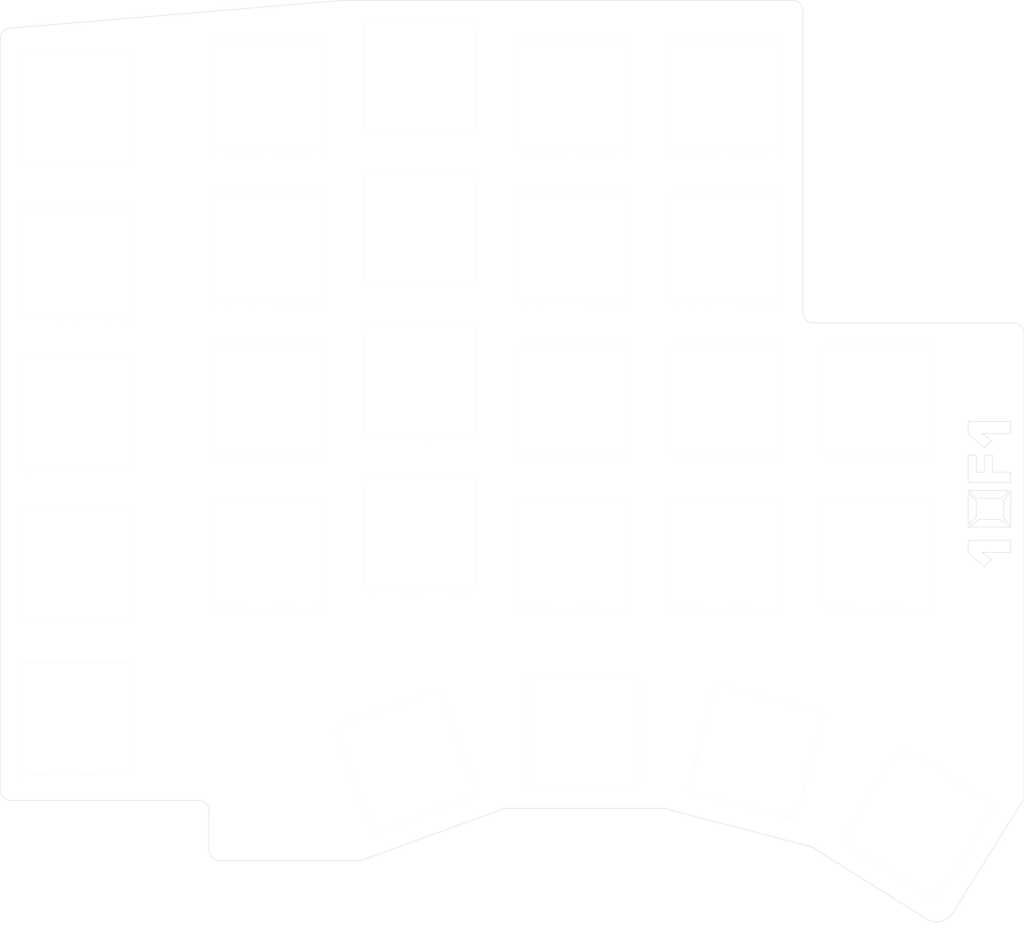
<source format=kicad_pcb>
(kicad_pcb (version 20210925) (generator pcbnew)
  (layers (0 "F.Cu" signal) (31 "B.Cu" signal) (34 "B.Paste" user) (35 "F.Paste" user) (36 "B.SilkS" user "B.Silkscreen") (37 "F.SilkS" user "F.Silkscreen") (38 "B.Mask" user) (39 "F.Mask" user) (44 "Edge.Cuts" user))
  (net 0 "")
  (footprint "acheron_MX_PlateSlots:MX100" (layer "F.Cu") (at 90.9574 47.498)
    (fp_text reference "SW1")
    (fp_text value "SW_Push")
    (fp_line (start 7 -6.5) (end 7 6.5) (layer "Edge.Cuts") (width 0.010007))
    (fp_line (start -6.5 -7) (end 6.5 -7) (layer "Edge.Cuts") (width 0.010007))
    (fp_line (start -6.5 6.990924) (end 6.5 7) (layer "Edge.Cuts") (width 0.010007))
    (fp_line (start -7 -6.5) (end -7 6.490924) (layer "Edge.Cuts") (width 0.010007))
    (fp_arc (start 6.5 -6.5) (end 7 -6.5) (angle -90) (layer "Edge.Cuts") (width 0.010007))
    (fp_arc (start -6.5 -6.5) (end -6.5 -7) (angle -90) (layer "Edge.Cuts") (width 0.010007))
    (fp_arc (start 6.5 6.5) (end 6.5 7) (angle -90) (layer "Edge.Cuts") (width 0.010007))
    (fp_arc (start -6.5 6.490924) (end -7 6.490924) (angle -90) (layer "Edge.Cuts") (width 0.010007))
  )
  (footprint "acheron_MX_PlateSlots:MX100" (layer "F.Cu") (at 90.9574 66.548)
    (fp_text reference "SW2")
    (fp_text value "SW_Push")
    (fp_line (start -6.5 -7) (end 6.5 -7) (layer "Edge.Cuts") (width 0.010007))
    (fp_line (start -6.5 6.990924) (end 6.5 7) (layer "Edge.Cuts") (width 0.010007))
    (fp_line (start 7 -6.5) (end 7 6.5) (layer "Edge.Cuts") (width 0.010007))
    (fp_line (start -7 -6.5) (end -7 6.490924) (layer "Edge.Cuts") (width 0.010007))
    (fp_arc (start 6.5 6.5) (end 6.5 7) (angle -90) (layer "Edge.Cuts") (width 0.010007))
    (fp_arc (start -6.5 -6.5) (end -6.5 -7) (angle -90) (layer "Edge.Cuts") (width 0.010007))
    (fp_arc (start 6.5 -6.5) (end 7 -6.5) (angle -90) (layer "Edge.Cuts") (width 0.010007))
    (fp_arc (start -6.5 6.490924) (end -7 6.490924) (angle -90) (layer "Edge.Cuts") (width 0.010007))
  )
  (footprint "acheron_MX_PlateSlots:MX100" (layer "F.Cu") (at 90.9574 85.598)
    (fp_text reference "SW3")
    (fp_text value "SW_Push")
    (fp_line (start 7 -6.5) (end 7 6.5) (layer "Edge.Cuts") (width 0.010007))
    (fp_line (start -7 -6.5) (end -7 6.490924) (layer "Edge.Cuts") (width 0.010007))
    (fp_line (start -6.5 6.990924) (end 6.5 7) (layer "Edge.Cuts") (width 0.010007))
    (fp_line (start -6.5 -7) (end 6.5 -7) (layer "Edge.Cuts") (width 0.010007))
    (fp_arc (start -6.5 -6.5) (end -6.5 -7) (angle -90) (layer "Edge.Cuts") (width 0.010007))
    (fp_arc (start 6.5 6.5) (end 6.5 7) (angle -90) (layer "Edge.Cuts") (width 0.010007))
    (fp_arc (start 6.5 -6.5) (end 7 -6.5) (angle -90) (layer "Edge.Cuts") (width 0.010007))
    (fp_arc (start -6.5 6.490924) (end -7 6.490924) (angle -90) (layer "Edge.Cuts") (width 0.010007))
  )
  (footprint "acheron_MX_PlateSlots:MX100" (layer "F.Cu") (at 90.9574 104.648)
    (fp_text reference "SW4")
    (fp_text value "SW_Push")
    (fp_line (start -6.5 -7) (end 6.5 -7) (layer "Edge.Cuts") (width 0.010007))
    (fp_line (start -7 -6.5) (end -7 6.490924) (layer "Edge.Cuts") (width 0.010007))
    (fp_line (start 7 -6.5) (end 7 6.5) (layer "Edge.Cuts") (width 0.010007))
    (fp_line (start -6.5 6.990924) (end 6.5 7) (layer "Edge.Cuts") (width 0.010007))
    (fp_arc (start -6.5 6.490924) (end -7 6.490924) (angle -90) (layer "Edge.Cuts") (width 0.010007))
    (fp_arc (start -6.5 -6.5) (end -6.5 -7) (angle -90) (layer "Edge.Cuts") (width 0.010007))
    (fp_arc (start 6.5 -6.5) (end 7 -6.5) (angle -90) (layer "Edge.Cuts") (width 0.010007))
    (fp_arc (start 6.5 6.5) (end 6.5 7) (angle -90) (layer "Edge.Cuts") (width 0.010007))
  )
  (footprint "acheron_MX_PlateSlots:MX100" (layer "F.Cu") (at 90.9574 123.698)
    (fp_text reference "SW5")
    (fp_text value "SW_Push")
    (fp_line (start -7 -6.5) (end -7 6.490924) (layer "Edge.Cuts") (width 0.010007))
    (fp_line (start -6.5 6.990924) (end 6.5 7) (layer "Edge.Cuts") (width 0.010007))
    (fp_line (start 7 -6.5) (end 7 6.5) (layer "Edge.Cuts") (width 0.010007))
    (fp_line (start -6.5 -7) (end 6.5 -7) (layer "Edge.Cuts") (width 0.010007))
    (fp_arc (start 6.5 -6.5) (end 7 -6.5) (angle -90) (layer "Edge.Cuts") (width 0.010007))
    (fp_arc (start 6.5 6.5) (end 6.5 7) (angle -90) (layer "Edge.Cuts") (width 0.010007))
    (fp_arc (start -6.5 6.490924) (end -7 6.490924) (angle -90) (layer "Edge.Cuts") (width 0.010007))
    (fp_arc (start -6.5 -6.5) (end -6.5 -7) (angle -90) (layer "Edge.Cuts") (width 0.010007))
  )
  (footprint "acheron_MX_PlateSlots:MX100" (layer "F.Cu") (at 114.808 45.72)
    (fp_text reference "SW6")
    (fp_text value "SW_Push")
    (fp_line (start 7 -6.5) (end 7 6.5) (layer "Edge.Cuts") (width 0.010007))
    (fp_line (start -6.5 -7) (end 6.5 -7) (layer "Edge.Cuts") (width 0.010007))
    (fp_line (start -7 -6.5) (end -7 6.490924) (layer "Edge.Cuts") (width 0.010007))
    (fp_line (start -6.5 6.990924) (end 6.5 7) (layer "Edge.Cuts") (width 0.010007))
    (fp_arc (start -6.5 -6.5) (end -6.5 -7) (angle -90) (layer "Edge.Cuts") (width 0.010007))
    (fp_arc (start 6.5 -6.5) (end 7 -6.5) (angle -90) (layer "Edge.Cuts") (width 0.010007))
    (fp_arc (start 6.5 6.5) (end 6.5 7) (angle -90) (layer "Edge.Cuts") (width 0.010007))
    (fp_arc (start -6.5 6.490924) (end -7 6.490924) (angle -90) (layer "Edge.Cuts") (width 0.010007))
  )
  (footprint "acheron_MX_PlateSlots:MX100" (layer "F.Cu") (at 114.808 64.77)
    (fp_text reference "SW7")
    (fp_text value "SW_Push")
    (fp_line (start 7 -6.5) (end 7 6.5) (layer "Edge.Cuts") (width 0.010007))
    (fp_line (start -6.5 6.990924) (end 6.5 7) (layer "Edge.Cuts") (width 0.010007))
    (fp_line (start -7 -6.5) (end -7 6.490924) (layer "Edge.Cuts") (width 0.010007))
    (fp_line (start -6.5 -7) (end 6.5 -7) (layer "Edge.Cuts") (width 0.010007))
    (fp_arc (start -6.5 -6.5) (end -6.5 -7) (angle -90) (layer "Edge.Cuts") (width 0.010007))
    (fp_arc (start 6.5 -6.5) (end 7 -6.5) (angle -90) (layer "Edge.Cuts") (width 0.010007))
    (fp_arc (start 6.5 6.5) (end 6.5 7) (angle -90) (layer "Edge.Cuts") (width 0.010007))
    (fp_arc (start -6.5 6.490924) (end -7 6.490924) (angle -90) (layer "Edge.Cuts") (width 0.010007))
  )
  (footprint "acheron_MX_PlateSlots:MX100" (layer "F.Cu") (at 114.808 83.82)
    (fp_text reference "SW8")
    (fp_text value "SW_Push")
    (fp_line (start -6.5 6.990924) (end 6.5 7) (layer "Edge.Cuts") (width 0.010007))
    (fp_line (start 7 -6.5) (end 7 6.5) (layer "Edge.Cuts") (width 0.010007))
    (fp_line (start -6.5 -7) (end 6.5 -7) (layer "Edge.Cuts") (width 0.010007))
    (fp_line (start -7 -6.5) (end -7 6.490924) (layer "Edge.Cuts") (width 0.010007))
    (fp_arc (start -6.5 -6.5) (end -6.5 -7) (angle -90) (layer "Edge.Cuts") (width 0.010007))
    (fp_arc (start -6.5 6.490924) (end -7 6.490924) (angle -90) (layer "Edge.Cuts") (width 0.010007))
    (fp_arc (start 6.5 6.5) (end 6.5 7) (angle -90) (layer "Edge.Cuts") (width 0.010007))
    (fp_arc (start 6.5 -6.5) (end 7 -6.5) (angle -90) (layer "Edge.Cuts") (width 0.010007))
  )
  (footprint "acheron_MX_PlateSlots:MX100" (layer "F.Cu") (at 114.808 102.87)
    (fp_text reference "SW9")
    (fp_text value "SW_Push")
    (fp_line (start -7 -6.5) (end -7 6.490924) (layer "Edge.Cuts") (width 0.010007))
    (fp_line (start 7 -6.5) (end 7 6.5) (layer "Edge.Cuts") (width 0.010007))
    (fp_line (start -6.5 6.990924) (end 6.5 7) (layer "Edge.Cuts") (width 0.010007))
    (fp_line (start -6.5 -7) (end 6.5 -7) (layer "Edge.Cuts") (width 0.010007))
    (fp_arc (start -6.5 -6.5) (end -6.5 -7) (angle -90) (layer "Edge.Cuts") (width 0.010007))
    (fp_arc (start 6.5 6.5) (end 6.5 7) (angle -90) (layer "Edge.Cuts") (width 0.010007))
    (fp_arc (start 6.5 -6.5) (end 7 -6.5) (angle -90) (layer "Edge.Cuts") (width 0.010007))
    (fp_arc (start -6.5 6.490924) (end -7 6.490924) (angle -90) (layer "Edge.Cuts") (width 0.010007))
  )
  (footprint "acheron_MX_PlateSlots:MX100" (layer "F.Cu") (at 133.858 43.434)
    (fp_text reference "SW10")
    (fp_text value "SW_Push")
    (fp_line (start -6.5 6.990924) (end 6.5 7) (layer "Edge.Cuts") (width 0.010007))
    (fp_line (start -7 -6.5) (end -7 6.490924) (layer "Edge.Cuts") (width 0.010007))
    (fp_line (start 7 -6.5) (end 7 6.5) (layer "Edge.Cuts") (width 0.010007))
    (fp_line (start -6.5 -7) (end 6.5 -7) (layer "Edge.Cuts") (width 0.010007))
    (fp_arc (start -6.5 -6.5) (end -6.5 -7) (angle -90) (layer "Edge.Cuts") (width 0.010007))
    (fp_arc (start -6.5 6.490924) (end -7 6.490924) (angle -90) (layer "Edge.Cuts") (width 0.010007))
    (fp_arc (start 6.5 6.5) (end 6.5 7) (angle -90) (layer "Edge.Cuts") (width 0.010007))
    (fp_arc (start 6.5 -6.5) (end 7 -6.5) (angle -90) (layer "Edge.Cuts") (width 0.010007))
  )
  (footprint "acheron_MX_PlateSlots:MX100" (layer "F.Cu") (at 133.858 62.484)
    (fp_text reference "SW11")
    (fp_text value "SW_Push")
    (fp_line (start -7 -6.5) (end -7 6.490924) (layer "Edge.Cuts") (width 0.010007))
    (fp_line (start -6.5 -7) (end 6.5 -7) (layer "Edge.Cuts") (width 0.010007))
    (fp_line (start -6.5 6.990924) (end 6.5 7) (layer "Edge.Cuts") (width 0.010007))
    (fp_line (start 7 -6.5) (end 7 6.5) (layer "Edge.Cuts") (width 0.010007))
    (fp_arc (start -6.5 6.490924) (end -7 6.490924) (angle -90) (layer "Edge.Cuts") (width 0.010007))
    (fp_arc (start 6.5 6.5) (end 6.5 7) (angle -90) (layer "Edge.Cuts") (width 0.010007))
    (fp_arc (start 6.5 -6.5) (end 7 -6.5) (angle -90) (layer "Edge.Cuts") (width 0.010007))
    (fp_arc (start -6.5 -6.5) (end -6.5 -7) (angle -90) (layer "Edge.Cuts") (width 0.010007))
  )
  (footprint "acheron_MX_PlateSlots:MX100" (layer "F.Cu") (at 133.858 81.534)
    (fp_text reference "SW12")
    (fp_text value "SW_Push")
    (fp_line (start -7 -6.5) (end -7 6.490924) (layer "Edge.Cuts") (width 0.010007))
    (fp_line (start -6.5 6.990924) (end 6.5 7) (layer "Edge.Cuts") (width 0.010007))
    (fp_line (start -6.5 -7) (end 6.5 -7) (layer "Edge.Cuts") (width 0.010007))
    (fp_line (start 7 -6.5) (end 7 6.5) (layer "Edge.Cuts") (width 0.010007))
    (fp_arc (start -6.5 -6.5) (end -6.5 -7) (angle -90) (layer "Edge.Cuts") (width 0.010007))
    (fp_arc (start 6.5 -6.5) (end 7 -6.5) (angle -90) (layer "Edge.Cuts") (width 0.010007))
    (fp_arc (start -6.5 6.490924) (end -7 6.490924) (angle -90) (layer "Edge.Cuts") (width 0.010007))
    (fp_arc (start 6.5 6.5) (end 6.5 7) (angle -90) (layer "Edge.Cuts") (width 0.010007))
  )
  (footprint "acheron_MX_PlateSlots:MX100" (layer "F.Cu") (at 133.858 100.584)
    (fp_text reference "SW13")
    (fp_text value "SW_Push")
    (fp_line (start -6.5 6.990924) (end 6.5 7) (layer "Edge.Cuts") (width 0.010007))
    (fp_line (start 7 -6.5) (end 7 6.5) (layer "Edge.Cuts") (width 0.010007))
    (fp_line (start -6.5 -7) (end 6.5 -7) (layer "Edge.Cuts") (width 0.010007))
    (fp_line (start -7 -6.5) (end -7 6.490924) (layer "Edge.Cuts") (width 0.010007))
    (fp_arc (start 6.5 -6.5) (end 7 -6.5) (angle -90) (layer "Edge.Cuts") (width 0.010007))
    (fp_arc (start 6.5 6.5) (end 6.5 7) (angle -90) (layer "Edge.Cuts") (width 0.010007))
    (fp_arc (start -6.5 -6.5) (end -6.5 -7) (angle -90) (layer "Edge.Cuts") (width 0.010007))
    (fp_arc (start -6.5 6.490924) (end -7 6.490924) (angle -90) (layer "Edge.Cuts") (width 0.010007))
  )
  (footprint "acheron_MX_PlateSlots:MX100" (layer "F.Cu") (at 132.08 129.032 20)
    (fp_text reference "SW14")
    (fp_text value "SW_Push")
    (fp_line (start -6.5 -7) (end 6.5 -7) (layer "Edge.Cuts") (width 0.010007))
    (fp_line (start 7 -6.5) (end 7 6.5) (layer "Edge.Cuts") (width 0.010007))
    (fp_line (start -6.5 6.990924) (end 6.5 7) (layer "Edge.Cuts") (width 0.010007))
    (fp_line (start -7 -6.5) (end -7 6.490924) (layer "Edge.Cuts") (width 0.010007))
    (fp_arc (start 6.5 6.5) (end 6.5 7) (angle -90) (layer "Edge.Cuts") (width 0.010007))
    (fp_arc (start -6.5 6.490924) (end -7 6.490924) (angle -90) (layer "Edge.Cuts") (width 0.010007))
    (fp_arc (start 6.5 -6.5) (end 7 -6.5) (angle -90) (layer "Edge.Cuts") (width 0.010007))
    (fp_arc (start -6.5 -6.5) (end -6.5 -7) (angle -90) (layer "Edge.Cuts") (width 0.010007))
  )
  (footprint "acheron_MX_PlateSlots:MX100" (layer "F.Cu") (at 152.908 45.72)
    (fp_text reference "SW15")
    (fp_text value "SW_Push")
    (fp_line (start -6.5 6.990924) (end 6.5 7) (layer "Edge.Cuts") (width 0.010007))
    (fp_line (start 7 -6.5) (end 7 6.5) (layer "Edge.Cuts") (width 0.010007))
    (fp_line (start -6.5 -7) (end 6.5 -7) (layer "Edge.Cuts") (width 0.010007))
    (fp_line (start -7 -6.5) (end -7 6.490924) (layer "Edge.Cuts") (width 0.010007))
    (fp_arc (start 6.5 -6.5) (end 7 -6.5) (angle -90) (layer "Edge.Cuts") (width 0.010007))
    (fp_arc (start -6.5 -6.5) (end -6.5 -7) (angle -90) (layer "Edge.Cuts") (width 0.010007))
    (fp_arc (start -6.5 6.490924) (end -7 6.490924) (angle -90) (layer "Edge.Cuts") (width 0.010007))
    (fp_arc (start 6.5 6.5) (end 6.5 7) (angle -90) (layer "Edge.Cuts") (width 0.010007))
  )
  (footprint "acheron_MX_PlateSlots:MX100" (layer "F.Cu") (at 152.908 64.77)
    (fp_text reference "SW16")
    (fp_text value "SW_Push")
    (fp_line (start -6.5 -7) (end 6.5 -7) (layer "Edge.Cuts") (width 0.010007))
    (fp_line (start -7 -6.5) (end -7 6.490924) (layer "Edge.Cuts") (width 0.010007))
    (fp_line (start -6.5 6.990924) (end 6.5 7) (layer "Edge.Cuts") (width 0.010007))
    (fp_line (start 7 -6.5) (end 7 6.5) (layer "Edge.Cuts") (width 0.010007))
    (fp_arc (start -6.5 -6.5) (end -6.5 -7) (angle -90) (layer "Edge.Cuts") (width 0.010007))
    (fp_arc (start 6.5 6.5) (end 6.5 7) (angle -90) (layer "Edge.Cuts") (width 0.010007))
    (fp_arc (start -6.5 6.490924) (end -7 6.490924) (angle -90) (layer "Edge.Cuts") (width 0.010007))
    (fp_arc (start 6.5 -6.5) (end 7 -6.5) (angle -90) (layer "Edge.Cuts") (width 0.010007))
  )
  (footprint "acheron_MX_PlateSlots:MX100" (layer "F.Cu") (at 152.908 83.82)
    (fp_text reference "SW17")
    (fp_text value "SW_Push")
    (fp_line (start -6.5 -7) (end 6.5 -7) (layer "Edge.Cuts") (width 0.010007))
    (fp_line (start -7 -6.5) (end -7 6.490924) (layer "Edge.Cuts") (width 0.010007))
    (fp_line (start -6.5 6.990924) (end 6.5 7) (layer "Edge.Cuts") (width 0.010007))
    (fp_line (start 7 -6.5) (end 7 6.5) (layer "Edge.Cuts") (width 0.010007))
    (fp_arc (start 6.5 6.5) (end 6.5 7) (angle -90) (layer "Edge.Cuts") (width 0.010007))
    (fp_arc (start 6.5 -6.5) (end 7 -6.5) (angle -90) (layer "Edge.Cuts") (width 0.010007))
    (fp_arc (start -6.5 6.490924) (end -7 6.490924) (angle -90) (layer "Edge.Cuts") (width 0.010007))
    (fp_arc (start -6.5 -6.5) (end -6.5 -7) (angle -90) (layer "Edge.Cuts") (width 0.010007))
  )
  (footprint "acheron_MX_PlateSlots:MX100" (layer "F.Cu") (at 152.908 102.87)
    (fp_text reference "SW18")
    (fp_text value "SW_Push")
    (fp_line (start 7 -6.5) (end 7 6.5) (layer "Edge.Cuts") (width 0.010007))
    (fp_line (start -6.5 6.990924) (end 6.5 7) (layer "Edge.Cuts") (width 0.010007))
    (fp_line (start -6.5 -7) (end 6.5 -7) (layer "Edge.Cuts") (width 0.010007))
    (fp_line (start -7 -6.5) (end -7 6.490924) (layer "Edge.Cuts") (width 0.010007))
    (fp_arc (start -6.5 -6.5) (end -6.5 -7) (angle -90) (layer "Edge.Cuts") (width 0.010007))
    (fp_arc (start 6.5 6.5) (end 6.5 7) (angle -90) (layer "Edge.Cuts") (width 0.010007))
    (fp_arc (start 6.5 -6.5) (end 7 -6.5) (angle -90) (layer "Edge.Cuts") (width 0.010007))
    (fp_arc (start -6.5 6.490924) (end -7 6.490924) (angle -90) (layer "Edge.Cuts") (width 0.010007))
  )
  (footprint "acheron_MX_PlateSlots:MX100" (layer "F.Cu") (at 154.178 125.222)
    (fp_text reference "SW19")
    (fp_text value "SW_Push")
    (fp_line (start 7 -6.5) (end 7 6.5) (layer "Edge.Cuts") (width 0.010007))
    (fp_line (start -7 -6.5) (end -7 6.490924) (layer "Edge.Cuts") (width 0.010007))
    (fp_line (start -6.5 -7) (end 6.5 -7) (layer "Edge.Cuts") (width 0.010007))
    (fp_line (start -6.5 6.990924) (end 6.5 7) (layer "Edge.Cuts") (width 0.010007))
    (fp_arc (start -6.5 -6.5) (end -6.5 -7) (angle -90) (layer "Edge.Cuts") (width 0.010007))
    (fp_arc (start 6.5 6.5) (end 6.5 7) (angle -90) (layer "Edge.Cuts") (width 0.010007))
    (fp_arc (start 6.5 -6.5) (end 7 -6.5) (angle -90) (layer "Edge.Cuts") (width 0.010007))
    (fp_arc (start -6.5 6.490924) (end -7 6.490924) (angle -90) (layer "Edge.Cuts") (width 0.010007))
  )
  (footprint "acheron_MX_PlateSlots:MX100" (layer "F.Cu") (at 171.958 45.72)
    (fp_text reference "SW20")
    (fp_text value "SW_Push")
    (fp_line (start -7 -6.5) (end -7 6.490924) (layer "Edge.Cuts") (width 0.010007))
    (fp_line (start -6.5 -7) (end 6.5 -7) (layer "Edge.Cuts") (width 0.010007))
    (fp_line (start -6.5 6.990924) (end 6.5 7) (layer "Edge.Cuts") (width 0.010007))
    (fp_line (start 7 -6.5) (end 7 6.5) (layer "Edge.Cuts") (width 0.010007))
    (fp_arc (start 6.5 6.5) (end 6.5 7) (angle -90) (layer "Edge.Cuts") (width 0.010007))
    (fp_arc (start -6.5 -6.5) (end -6.5 -7) (angle -90) (layer "Edge.Cuts") (width 0.010007))
    (fp_arc (start 6.5 -6.5) (end 7 -6.5) (angle -90) (layer "Edge.Cuts") (width 0.010007))
    (fp_arc (start -6.5 6.490924) (end -7 6.490924) (angle -90) (layer "Edge.Cuts") (width 0.010007))
  )
  (footprint "acheron_MX_PlateSlots:MX100" (layer "F.Cu") (at 171.958 64.77)
    (fp_text reference "SW21")
    (fp_text value "SW_Push")
    (fp_line (start -7 -6.5) (end -7 6.490924) (layer "Edge.Cuts") (width 0.010007))
    (fp_line (start 7 -6.5) (end 7 6.5) (layer "Edge.Cuts") (width 0.010007))
    (fp_line (start -6.5 6.990924) (end 6.5 7) (layer "Edge.Cuts") (width 0.010007))
    (fp_line (start -6.5 -7) (end 6.5 -7) (layer "Edge.Cuts") (width 0.010007))
    (fp_arc (start -6.5 -6.5) (end -6.5 -7) (angle -90) (layer "Edge.Cuts") (width 0.010007))
    (fp_arc (start 6.5 -6.5) (end 7 -6.5) (angle -90) (layer "Edge.Cuts") (width 0.010007))
    (fp_arc (start -6.5 6.490924) (end -7 6.490924) (angle -90) (layer "Edge.Cuts") (width 0.010007))
    (fp_arc (start 6.5 6.5) (end 6.5 7) (angle -90) (layer "Edge.Cuts") (width 0.010007))
  )
  (footprint "acheron_MX_PlateSlots:MX100" (layer "F.Cu") (at 171.958 83.82)
    (fp_text reference "SW22")
    (fp_text value "SW_Push")
    (fp_line (start 7 -6.5) (end 7 6.5) (layer "Edge.Cuts") (width 0.010007))
    (fp_line (start -7 -6.5) (end -7 6.490924) (layer "Edge.Cuts") (width 0.010007))
    (fp_line (start -6.5 -7) (end 6.5 -7) (layer "Edge.Cuts") (width 0.010007))
    (fp_line (start -6.5 6.990924) (end 6.5 7) (layer "Edge.Cuts") (width 0.010007))
    (fp_arc (start 6.5 -6.5) (end 7 -6.5) (angle -90) (layer "Edge.Cuts") (width 0.010007))
    (fp_arc (start -6.5 6.490924) (end -7 6.490924) (angle -90) (layer "Edge.Cuts") (width 0.010007))
    (fp_arc (start 6.5 6.5) (end 6.5 7) (angle -90) (layer "Edge.Cuts") (width 0.010007))
    (fp_arc (start -6.5 -6.5) (end -6.5 -7) (angle -90) (layer "Edge.Cuts") (width 0.010007))
  )
  (footprint "acheron_MX_PlateSlots:MX100" (layer "F.Cu") (at 171.958 102.87)
    (fp_text reference "SW23")
    (fp_text value "SW_Push")
    (fp_line (start -6.5 6.990924) (end 6.5 7) (layer "Edge.Cuts") (width 0.010007))
    (fp_line (start 7 -6.5) (end 7 6.5) (layer "Edge.Cuts") (width 0.010007))
    (fp_line (start -6.5 -7) (end 6.5 -7) (layer "Edge.Cuts") (width 0.010007))
    (fp_line (start -7 -6.5) (end -7 6.490924) (layer "Edge.Cuts") (width 0.010007))
    (fp_arc (start 6.5 -6.5) (end 7 -6.5) (angle -90) (layer "Edge.Cuts") (width 0.010007))
    (fp_arc (start 6.5 6.5) (end 6.5 7) (angle -90) (layer "Edge.Cuts") (width 0.010007))
    (fp_arc (start -6.5 6.490924) (end -7 6.490924) (angle -90) (layer "Edge.Cuts") (width 0.010007))
    (fp_arc (start -6.5 -6.5) (end -6.5 -7) (angle -90) (layer "Edge.Cuts") (width 0.010007))
  )
  (footprint "acheron_MX_PlateSlots:MX100" (layer "F.Cu") (at 175.768 127.762 -14)
    (fp_text reference "SW24")
    (fp_text value "SW_Push")
    (fp_line (start -6.5 6.990924) (end 6.5 7) (layer "Edge.Cuts") (width 0.010007))
    (fp_line (start -6.5 -7) (end 6.5 -7) (layer "Edge.Cuts") (width 0.010007))
    (fp_line (start 7 -6.5) (end 7 6.5) (layer "Edge.Cuts") (width 0.010007))
    (fp_line (start -7 -6.5) (end -7 6.490924) (layer "Edge.Cuts") (width 0.010007))
    (fp_arc (start -6.5 -6.5) (end -6.5 -7) (angle -90) (layer "Edge.Cuts") (width 0.010007))
    (fp_arc (start -6.5 6.490924) (end -7 6.490924) (angle -90) (layer "Edge.Cuts") (width 0.010007))
    (fp_arc (start 6.5 6.5) (end 6.5 7) (angle -90) (layer "Edge.Cuts") (width 0.010007))
    (fp_arc (start 6.5 -6.5) (end 7 -6.5) (angle -90) (layer "Edge.Cuts") (width 0.010007))
  )
  (footprint "acheron_MX_PlateSlots:MX100" (layer "F.Cu") (at 191.008 83.82)
    (fp_text reference "SW25")
    (fp_text value "SW_Push")
    (fp_line (start 7 -6.5) (end 7 6.5) (layer "Edge.Cuts") (width 0.010007))
    (fp_line (start -7 -6.5) (end -7 6.490924) (layer "Edge.Cuts") (width 0.010007))
    (fp_line (start -6.5 6.990924) (end 6.5 7) (layer "Edge.Cuts") (width 0.010007))
    (fp_line (start -6.5 -7) (end 6.5 -7) (layer "Edge.Cuts") (width 0.010007))
    (fp_arc (start -6.5 6.490924) (end -7 6.490924) (angle -90) (layer "Edge.Cuts") (width 0.010007))
    (fp_arc (start 6.5 -6.5) (end 7 -6.5) (angle -90) (layer "Edge.Cuts") (width 0.010007))
    (fp_arc (start 6.5 6.5) (end 6.5 7) (angle -90) (layer "Edge.Cuts") (width 0.010007))
    (fp_arc (start -6.5 -6.5) (end -6.5 -7) (angle -90) (layer "Edge.Cuts") (width 0.010007))
  )
  (footprint "acheron_MX_PlateSlots:MX100" (layer "F.Cu") (at 191.008 102.87)
    (fp_text reference "SW26")
    (fp_text value "SW_Push")
    (fp_line (start -6.5 6.990924) (end 6.5 7) (layer "Edge.Cuts") (width 0.010007))
    (fp_line (start -6.5 -7) (end 6.5 -7) (layer "Edge.Cuts") (width 0.010007))
    (fp_line (start 7 -6.5) (end 7 6.5) (layer "Edge.Cuts") (width 0.010007))
    (fp_line (start -7 -6.5) (end -7 6.490924) (layer "Edge.Cuts") (width 0.010007))
    (fp_arc (start -6.5 6.490924) (end -7 6.490924) (angle -90) (layer "Edge.Cuts") (width 0.010007))
    (fp_arc (start 6.5 -6.5) (end 7 -6.5) (angle -90) (layer "Edge.Cuts") (width 0.010007))
    (fp_arc (start -6.5 -6.5) (end -6.5 -7) (angle -90) (layer "Edge.Cuts") (width 0.010007))
    (fp_arc (start 6.5 6.5) (end 6.5 7) (angle -90) (layer "Edge.Cuts") (width 0.010007))
  )
  (footprint "acheron_MX_PlateSlots:MX100" (layer "F.Cu") (at 196.088 136.652 -32)
    (fp_text reference "SW27")
    (fp_text value "SW_Push")
    (fp_line (start -7 -6.5) (end -7 6.490924) (layer "Edge.Cuts") (width 0.010007))
    (fp_line (start -6.5 6.990924) (end 6.5 7) (layer "Edge.Cuts") (width 0.010007))
    (fp_line (start -6.5 -7) (end 6.5 -7) (layer "Edge.Cuts") (width 0.010007))
    (fp_line (start 7 -6.5) (end 7 6.5) (layer "Edge.Cuts") (width 0.010007))
    (fp_arc (start 6.5 -6.5) (end 7 -6.5) (angle -90) (layer "Edge.Cuts") (width 0.010007))
    (fp_arc (start 6.5 6.5) (end 6.5 7) (angle -90) (layer "Edge.Cuts") (width 0.010007))
    (fp_arc (start -6.5 -6.5) (end -6.5 -7) (angle -90) (layer "Edge.Cuts") (width 0.010007))
    (fp_arc (start -6.5 6.490924) (end -7 6.490924) (angle -90) (layer "Edge.Cuts") (width 0.010007))
  )
  (gr_line (start 108.6612 141.431974) (end 126.3904 141.4272) (layer "Edge.Cuts") (width 0.05))
  (gr_line (start 82.5754 133.8834) (end 106.1212 133.8834) (layer "Edge.Cuts") (width 0.05))
  (gr_line (start 81.28 132.6134) (end 81.28 38.5572) (layer "Edge.Cuts") (width 0.05))
  (gr_line (start 209.296 75.485562) (end 209.296 133.7056) (layer "Edge.Cuts") (width 0.05))
  (gr_arc (start 82.55 38.5572) (end 82.55 37.2872) (angle -90) (layer "Edge.Cuts") (width 0.05))
  (gr_line (start 203.327 96.4565) (end 203.327 98.425) (layer "Edge.Cuts") (width 0.05))
  (gr_line (start 126.3904 141.4272) (end 144.399 134.874) (layer "Edge.Cuts") (width 0.05))
  (gr_line (start 205.232 88.9) (end 204.343 89.789) (layer "Edge.Cuts") (width 0.05))
  (gr_line (start 202.311 102.87) (end 202.311 101.346) (layer "Edge.Cuts") (width 0.05))
  (gr_line (start 203.708 98.7425) (end 202.311 99.695) (layer "Edge.Cuts") (width 0.05))
  (gr_line (start 203.327 96.0755) (end 206.4385 96.139) (layer "Edge.Cuts") (width 0.05))
  (gr_line (start 182.753 139.7) (end 196.981221 148.634894) (layer "Edge.Cuts") (width 0.05))
  (gr_line (start 207.645 99.441) (end 207.645 95.123) (layer "Edge.Cuts") (width 0.05))
  (gr_line (start 124.2 33.782) (end 82.55 37.2872) (layer "Edge.Cuts") (width 0.05))
  (gr_line (start 202.311 94.107) (end 202.311 90.678) (layer "Edge.Cuts") (width 0.05))
  (gr_line (start 204.343 92.837) (end 204.343 90.678) (layer "Edge.Cuts") (width 0.05))
  (gr_line (start 181.64 72.794393) (end 181.64 35.126126) (layer "Edge.Cuts") (width 0.05))
  (gr_line (start 207.645 102.87) (end 204.089 102.87) (layer "Edge.Cuts") (width 0.05))
  (gr_arc (start 198.374001 146.685001) (end 200.406 147.955) (angle 93.53229458) (layer "Edge.Cuts") (width 0.05))
  (gr_line (start 164.211 134.874) (end 182.753 139.7) (layer "Edge.Cuts") (width 0.05))
  (gr_line (start 207.645 99.695) (end 202.311 99.695) (layer "Edge.Cuts") (width 0.05))
  (gr_line (start 203.327 90.678) (end 203.327 92.837) (layer "Edge.Cuts") (width 0.05))
  (gr_line (start 206.375 98.7425) (end 207.645 99.695) (layer "Edge.Cuts") (width 0.05))
  (gr_line (start 124.2 33.782) (end 180.366193 33.782) (layer "Edge.Cuts") (width 0.05))
  (gr_arc (start 180.330058 35.09189) (end 181.64 35.126126) (angle -89.91693651) (layer "Edge.Cuts") (width 0.05))
  (gr_arc (start 182.951391 72.828666) (end 181.64 72.794393) (angle -89.90728624) (layer "Edge.Cuts") (width 0.05))
  (gr_line (start 208.024137 74.14) (end 182.914996 74.14) (layer "Edge.Cuts") (width 0.05))
  (gr_arc (start 106.1212 135.1534) (end 107.3912 135.1534) (angle -90) (layer "Edge.Cuts") (width 0.05))
  (gr_line (start 202.311 88.011) (end 202.311 86.487) (layer "Edge.Cuts") (width 0.05))
  (gr_line (start 207.391 95.123) (end 202.311 95.123) (layer "Edge.Cuts") (width 0.05))
  (gr_line (start 200.406 147.955) (end 209.296 133.7056) (layer "Edge.Cuts") (width 0.05))
  (gr_line (start 207.645 86.487) (end 207.645 88.011) (layer "Edge.Cuts") (width 0.05))
  (gr_line (start 204.343 104.648) (end 202.311 102.87) (layer "Edge.Cuts") (width 0.05))
  (gr_line (start 202.311 90.678) (end 203.327 90.678) (layer "Edge.Cuts") (width 0.05))
  (gr_line (start 107.3912 135.1534) (end 107.3912 140.161974) (layer "Edge.Cuts") (width 0.05))
  (gr_arc (start 207.987765 75.44826) (end 209.296 75.485562) (angle -90.04068489) (layer "Edge.Cuts") (width 0.05))
  (gr_line (start 205.359 92.837) (end 207.645 92.837) (layer "Edge.Cuts") (width 0.05))
  (gr_line (start 202.311 101.346) (end 207.645 101.346) (layer "Edge.Cuts") (width 0.05))
  (gr_line (start 206.756 98.552) (end 207.645 99.441) (layer "Edge.Cuts") (width 0.05))
  (gr_line (start 204.343 89.789) (end 202.311 88.011) (layer "Edge.Cuts") (width 0.05))
  (gr_line (start 204.089 88.011) (end 205.232 88.9) (layer "Edge.Cuts") (width 0.05))
  (gr_line (start 203.327 98.425) (end 202.311 99.3775) (layer "Edge.Cuts") (width 0.05))
  (gr_line (start 207.645 92.837) (end 207.645 94.107) (layer "Edge.Cuts") (width 0.05))
  (gr_line (start 202.311 94.107) (end 207.645 94.107) (layer "Edge.Cuts") (width 0.05))
  (gr_line (start 204.089 102.87) (end 205.232 103.759) (layer "Edge.Cuts") (width 0.05))
  (gr_line (start 203.327 96.4565) (end 202.311 95.504) (layer "Edge.Cuts") (width 0.05))
  (gr_line (start 207.391 95.123) (end 206.4385 96.139) (layer "Edge.Cuts") (width 0.05))
  (gr_line (start 205.232 103.759) (end 204.343 104.648) (layer "Edge.Cuts") (width 0.05))
  (gr_line (start 207.645 88.011) (end 204.089 88.011) (layer "Edge.Cuts") (width 0.05))
  (gr_line (start 144.399 134.874) (end 164.211 134.874) (layer "Edge.Cuts") (width 0.05))
  (gr_line (start 204.343 90.678) (end 205.359 90.678) (layer "Edge.Cuts") (width 0.05))
  (gr_line (start 207.645 95.123) (end 206.756 96.393) (layer "Edge.Cuts") (width 0.05))
  (gr_arc (start 108.6612 140.161974) (end 107.3912 140.161974) (angle -90) (layer "Edge.Cuts") (width 0.05))
  (gr_line (start 205.359 90.678) (end 205.359 92.837) (layer "Edge.Cuts") (width 0.05))
  (gr_line (start 203.327 96.0755) (end 202.311 95.123) (layer "Edge.Cuts") (width 0.05))
  (gr_line (start 206.756 98.552) (end 206.756 96.393) (layer "Edge.Cuts") (width 0.05))
  (gr_line (start 207.645 101.346) (end 207.645 102.87) (layer "Edge.Cuts") (width 0.05))
  (gr_line (start 203.327 92.837) (end 204.343 92.837) (layer "Edge.Cuts") (width 0.05))
  (gr_line (start 202.311 86.487) (end 207.645 86.487) (layer "Edge.Cuts") (width 0.05))
  (gr_line (start 202.311 95.504) (end 202.311 99.3775) (layer "Edge.Cuts") (width 0.05))
  (gr_line (start 203.708 98.7425) (end 206.375 98.7425) (layer "Edge.Cuts") (width 0.05))
  (gr_arc (start 82.5754 132.587746) (end 81.28 132.6134) (angle -88.86546718) (layer "Edge.Cuts") (width 0.05))
)
</source>
